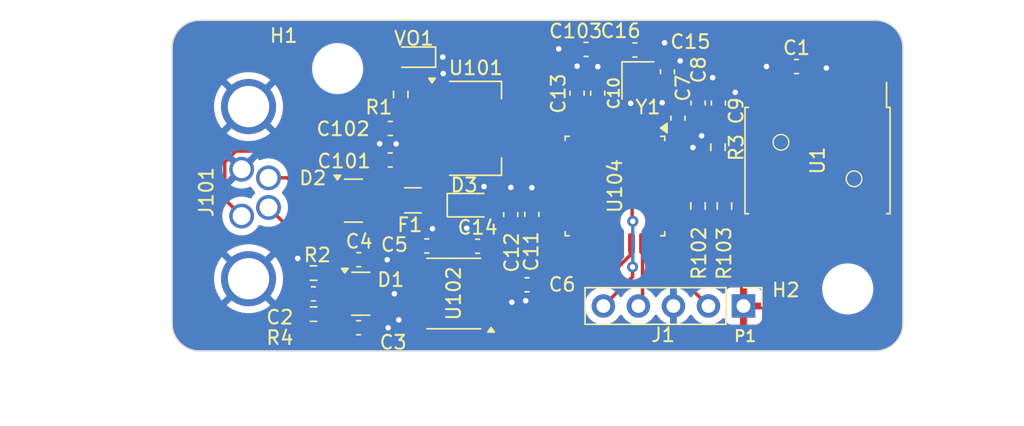
<source format=kicad_pcb>
(kicad_pcb
	(version 20240108)
	(generator "pcbnew")
	(generator_version "8.0")
	(general
		(thickness 1.6)
		(legacy_teardrops no)
	)
	(paper "A4")
	(layers
		(0 "F.Cu" signal)
		(31 "B.Cu" signal)
		(32 "B.Adhes" user "B.Adhesive")
		(33 "F.Adhes" user "F.Adhesive")
		(34 "B.Paste" user)
		(35 "F.Paste" user)
		(36 "B.SilkS" user "B.Silkscreen")
		(37 "F.SilkS" user "F.Silkscreen")
		(38 "B.Mask" user)
		(39 "F.Mask" user)
		(40 "Dwgs.User" user "User.Drawings")
		(41 "Cmts.User" user "User.Comments")
		(42 "Eco1.User" user "User.Eco1")
		(43 "Eco2.User" user "User.Eco2")
		(44 "Edge.Cuts" user)
		(45 "Margin" user)
		(46 "B.CrtYd" user "B.Courtyard")
		(47 "F.CrtYd" user "F.Courtyard")
		(48 "B.Fab" user)
		(49 "F.Fab" user)
		(50 "User.1" user)
		(51 "User.2" user)
		(52 "User.3" user)
		(53 "User.4" user)
		(54 "User.5" user)
		(55 "User.6" user)
		(56 "User.7" user)
		(57 "User.8" user)
		(58 "User.9" user)
	)
	(setup
		(stackup
			(layer "F.SilkS"
				(type "Top Silk Screen")
			)
			(layer "F.Paste"
				(type "Top Solder Paste")
			)
			(layer "F.Mask"
				(type "Top Solder Mask")
				(thickness 0.01)
			)
			(layer "F.Cu"
				(type "copper")
				(thickness 0.035)
			)
			(layer "dielectric 1"
				(type "core")
				(thickness 1.51)
				(material "FR4")
				(epsilon_r 4.5)
				(loss_tangent 0.02)
			)
			(layer "B.Cu"
				(type "copper")
				(thickness 0.035)
			)
			(layer "B.Mask"
				(type "Bottom Solder Mask")
				(thickness 0.01)
			)
			(layer "B.Paste"
				(type "Bottom Solder Paste")
			)
			(layer "B.SilkS"
				(type "Bottom Silk Screen")
			)
			(copper_finish "None")
			(dielectric_constraints no)
		)
		(pad_to_mask_clearance 0)
		(allow_soldermask_bridges_in_footprints no)
		(aux_axis_origin 100 80)
		(grid_origin 100 80)
		(pcbplotparams
			(layerselection 0x00010fc_ffffffff)
			(plot_on_all_layers_selection 0x0000000_00000000)
			(disableapertmacros no)
			(usegerberextensions no)
			(usegerberattributes yes)
			(usegerberadvancedattributes yes)
			(creategerberjobfile yes)
			(dashed_line_dash_ratio 12.000000)
			(dashed_line_gap_ratio 3.000000)
			(svgprecision 6)
			(plotframeref no)
			(viasonmask no)
			(mode 1)
			(useauxorigin no)
			(hpglpennumber 1)
			(hpglpenspeed 20)
			(hpglpendiameter 15.000000)
			(pdf_front_fp_property_popups yes)
			(pdf_back_fp_property_popups yes)
			(dxfpolygonmode yes)
			(dxfimperialunits yes)
			(dxfusepcbnewfont yes)
			(psnegative no)
			(psa4output no)
			(plotreference yes)
			(plotvalue yes)
			(plotfptext yes)
			(plotinvisibletext no)
			(sketchpadsonfab no)
			(subtractmaskfromsilk no)
			(outputformat 1)
			(mirror no)
			(drillshape 1)
			(scaleselection 1)
			(outputdirectory "")
		)
	)
	(net 0 "")
	(net 1 "+3V3")
	(net 2 "GND")
	(net 3 "Net-(C2-Pad2)")
	(net 4 "CAN_H")
	(net 5 "CAN_L")
	(net 6 "+5V")
	(net 7 "CAN_Rx")
	(net 8 "Net-(U104-PF0)")
	(net 9 "NRST")
	(net 10 "Net-(D2-K)")
	(net 11 "Net-(D2-A)")
	(net 12 "SWDIO")
	(net 13 "SWCLK")
	(net 14 "Net-(VO1-A)")
	(net 15 "Net-(U104-PF1)")
	(net 16 "I2C_SCL")
	(net 17 "I2C_SDA")
	(net 18 "unconnected-(U1-Pad9)")
	(net 19 "unconnected-(U1-Pad14)")
	(net 20 "unconnected-(U1-Pad2)")
	(net 21 "unconnected-(U1-Pad12)")
	(net 22 "unconnected-(U1-Pad8)")
	(net 23 "unconnected-(U1-Pad13)")
	(net 24 "unconnected-(U1-Pad6)")
	(net 25 "unconnected-(U1-Pad15)")
	(net 26 "unconnected-(U1-Pad16)")
	(net 27 "unconnected-(U1-Pad1)")
	(net 28 "unconnected-(U1-Pad7)")
	(net 29 "unconnected-(U1-Pad3)")
	(net 30 "CAN_Tx")
	(net 31 "unconnected-(U104-PA4-Pad10)")
	(net 32 "unconnected-(U104-PA2-Pad8)")
	(net 33 "unconnected-(U104-PA10-Pad20)")
	(net 34 "unconnected-(U104-PA7-Pad13)")
	(net 35 "Net-(U104-PB8)")
	(net 36 "unconnected-(U104-PA9-Pad19)")
	(net 37 "unconnected-(U104-PA6-Pad12)")
	(net 38 "unconnected-(U104-PA1-Pad7)")
	(net 39 "unconnected-(U104-PB0-Pad14)")
	(net 40 "unconnected-(U104-PA0-Pad6)")
	(net 41 "unconnected-(U104-PB5-Pad28)")
	(net 42 "unconnected-(U104-PA3-Pad9)")
	(net 43 "unconnected-(U104-PB4-Pad27)")
	(net 44 "unconnected-(U104-PA15-Pad25)")
	(net 45 "unconnected-(U104-PA5-Pad11)")
	(net 46 "unconnected-(U104-PB3-Pad26)")
	(net 47 "unconnected-(U104-PB1-Pad15)")
	(net 48 "unconnected-(U104-PA8-Pad18)")
	(footprint "Crystal:Crystal_SMD_2016-4Pin_2.0x1.6mm" (layer "F.Cu") (at 133.7775 60.36 -90))
	(footprint "ASS_parts:SOT-23-BAT54FILM" (layer "F.Cu") (at 113.15 69.0875))
	(footprint "Resistor_SMD:R_0603_1608Metric" (layer "F.Cu") (at 138.14 69.48 90))
	(footprint "Capacitor_SMD:C_0603_1608Metric" (layer "F.Cu") (at 136.6875 63.1 90))
	(footprint "Capacitor_SMD:C_0603_1608Metric" (layer "F.Cu") (at 122.1525 72.400948 180))
	(footprint "Capacitor_SMD:C_0603_1608Metric" (layer "F.Cu") (at 139.62 62 90))
	(footprint "Capacitor_SMD:C_0603_1608Metric" (layer "F.Cu") (at 124.5575 70.105 90))
	(footprint "Capacitor_SMD:C_0603_1608Metric" (layer "F.Cu") (at 115.815 66.14 180))
	(footprint "Resistor_SMD:R_0603_1608Metric" (layer "F.Cu") (at 116.58 61.375 90))
	(footprint "Capacitor_SMD:C_0603_1608Metric" (layer "F.Cu") (at 125.7425 75.2))
	(footprint "Resistor_SMD:R_0603_1608Metric" (layer "F.Cu") (at 140.06 69.48 90))
	(footprint "Capacitor_SMD:C_0603_1608Metric" (layer "F.Cu") (at 113.5175 78.319052 180))
	(footprint "Capacitor_SMD:C_0603_1608Metric" (layer "F.Cu") (at 115.825 63.85 180))
	(footprint "Fuse:Fuse_1206_3216Metric" (layer "F.Cu") (at 117.46 69.0675))
	(footprint "Capacitor_SMD:C_0603_1608Metric" (layer "F.Cu") (at 129.3675 61.285 90))
	(footprint "Resistor_SMD:R_0603_1608Metric" (layer "F.Cu") (at 110.26 77.33 180))
	(footprint "MountingHole:MountingHole_3.2mm_M3_ISO7380" (layer "F.Cu") (at 112 59.5))
	(footprint "Capacitor_SMD:C_0603_1608Metric" (layer "F.Cu") (at 113.5375 73.379052))
	(footprint "Capacitor_SMD:C_0603_1608Metric" (layer "F.Cu") (at 130.02 58.11))
	(footprint "Capacitor_SMD:C_0603_1608Metric" (layer "F.Cu") (at 130.8675 61.285 90))
	(footprint "Diode_SMD:D_SOD-323" (layer "F.Cu") (at 121.5625 69.42))
	(footprint "FaSTTUBe_connectors:M8_718_4pin_horizontal" (layer "F.Cu") (at 105.04 68.51 -90))
	(footprint "Package_SO:SOIC-8_3.9x4.9mm_P1.27mm" (layer "F.Cu") (at 120.4325 75.835948 180))
	(footprint "Capacitor_SMD:C_0603_1608Metric" (layer "F.Cu") (at 133.5625 58.15))
	(footprint "LED_SMD:LED_0603_1608Metric_Pad1.05x0.95mm_HandSolder" (layer "F.Cu") (at 117.45 58.67 180))
	(footprint "Resistor_SMD:R_0603_1608Metric" (layer "F.Cu") (at 110.2575 74.349052))
	(footprint "Capacitor_SMD:C_0603_1608Metric" (layer "F.Cu") (at 118.47 72.38))
	(footprint "ASS_parts:SOT-223_LDL1117S33R" (layer "F.Cu") (at 121.98 63.84))
	(footprint "ASS_parts:SM6000_SOIC-16" (layer "F.Cu") (at 146.81 66.18 -90))
	(footprint "Capacitor_SMD:C_0603_1608Metric" (layer "F.Cu") (at 135.9275 59.735 -90))
	(footprint "Capacitor_SMD:C_0603_1608Metric" (layer "F.Cu") (at 145.275 59.3525 180))
	(footprint "Package_TO_SOT_SMD:SOT-23" (layer "F.Cu") (at 113.6825 75.85))
	(footprint "Resistor_SMD:R_0603_1608Metric" (layer "F.Cu") (at 139.59 65.21 90))
	(footprint "Capacitor_SMD:C_0603_1608Metric" (layer "F.Cu") (at 126.09 70.085 90))
	(footprint "Capacitor_SMD:C_0603_1608Metric" (layer "F.Cu") (at 138.15 62 90))
	(footprint "Connector_PinHeader_2.54mm:PinHeader_1x05_P2.54mm_Vertical" (layer "F.Cu") (at 141.4375 76.74 -90))
	(footprint "Capacitor_SMD:C_0603_1608Metric" (layer "F.Cu") (at 110.245 75.859052))
	(footprint "Package_QFP:LQFP-32_7x7mm_P0.8mm" (layer "F.Cu") (at 132.1175 68.03 -90))
	(footprint "MountingHole:MountingHole_3.2mm_M3_ISO7380" (layer "F.Cu") (at 149 75.5))
	(gr_circle
		(center 149 75.5)
		(end 152.2 75.5)
		(stroke
			(width 0.2)
			(type default)
		)
		(fill none)
		(layer "F.Cu")
		(uuid "de2a915e-701b-48bf-83ed-c71257d741b7")
	)
	(gr_circle
		(center 112 59.5)
		(end 115.2 59.5)
		(stroke
			(width 0.2)
			(type default)
		)
		(fill none)
		(layer "F.Cu")
		(uuid "e9b7e8ed-fdd3-4de3-a3f3-2890648d642d")
	)
	(gr_arc
		(start 102 80)
		(mid 100.585786 79.414214)
		(end 100 78)
		(stroke
			(width 0.1)
			(type default)
		)
		(layer "Edge.Cuts")
		(uuid "3b0a9f85-fc78-435e-a284-c0acd692fcd7")
	)
	(gr_line
		(start 153 78)
		(end 153 58)
		(stroke
			(width 0.1)
			(type default)
		)
		(layer "Edge.Cuts")
		(uuid "53816fff-ed80-458c-bb47-db737a54961c")
	)
	(gr_arc
		(start 100 58)
		(mid 100.585786 56.585786)
		(end 102 56)
		(stroke
			(width 0.1)
			(type default)
		)
		(layer "Edge.Cuts")
		(uuid "5a42f8fb-2a8f-48db-84ec-d307f8094cfa")
	)
	(gr_line
		(start 102 80)
		(end 151 80)
		(stroke
			(width 0.1)
			(type default)
		)
		(layer "Edge.Cuts")
		(uuid "6ac6ac18-4031-4bcf-8820-b343ae2d3448")
	)
	(gr_line
		(start 100 58)
		(end 100 78)
		(stroke
			(width 0.1)
			(type default)
		)
		(layer "Edge.Cuts")
		(uuid "8fda64c0-d685-4c7c-8139-4cf11eeadbdb")
	)
	(gr_arc
		(start 153 78)
		(mid 152.414214 79.414214)
		(end 151 80)
		(stroke
			(width 0.1)
			(type default)
		)
		(layer "Edge.Cuts")
		(uuid "9e303ecd-5441-4829-bced-8e3f52e5d297")
	)
	(gr_arc
		(start 151 56)
		(mid 152.414214 56.585786)
		(end 153 58)
		(stroke
			(width 0.1)
			(type default)
		)
		(layer "Edge.Cuts")
		(uuid "db315f9c-530b-400f-a27c-be5695c22d18")
	)
	(gr_line
		(start 151 56)
		(end 102 56)
		(stroke
			(width 0.1)
			(type default)
		)
		(layer "Edge.Cuts")
		(uuid "e3324332-a106-4690-bb06-c285e0d7465f")
	)
	(gr_text "P1"
		(at 140.68 79.4 0)
		(layer "F.SilkS")
		(uuid "91364c53-aa9c-4958-9719-eb8f23a7c8d1")
		(effects
			(font
				(size 0.8 0.8)
				(thickness 0.15)
				(bold yes)
			)
			(justify left bottom)
		)
	)
	(dimension
		(type aligned)
		(layer "User.1")
		(uuid "25116da6-098e-4ec7-9f6b-768234d32c5a")
		(pts
			(xy 152.99 56.01) (xy 152.99 80.01)
		)
		(height -5.02)
		(gr_text "24.0000 mm"
			(at 156.86 68.01 90)
			(layer "User.1")
			(uuid "25116da6-098e-4ec7-9f6b-768234d32c5a")
			(effects
				(font
					(size 1 1)
					(thickness 0.15)
				)
			)
		)
		(format
			(prefix "")
			(suffix "")
			(units 3)
			(units_format 1)
			(precision 4)
		)
		(style
			(thickness 0.15)
			(arrow_length 1.27)
			(text_position_mode 0)
			(extension_height 0.58642)
			(extension_offset 0.5) keep_text_aligned)
	)
	(dimension
		(type aligned)
		(layer "User.1")
		(uuid "a2cdb2e5-a391-419f-8e72-174c5bf6b6f6")
		(pts
			(xy 152.99 80.01) (xy 99.99 80.01)
		)
		(height -4.8)
		(gr_text "53.0000 mm"
			(at 126.49 83.66 0)
			(layer "User.1")
			(uuid "a2cdb
... [156164 chars truncated]
</source>
